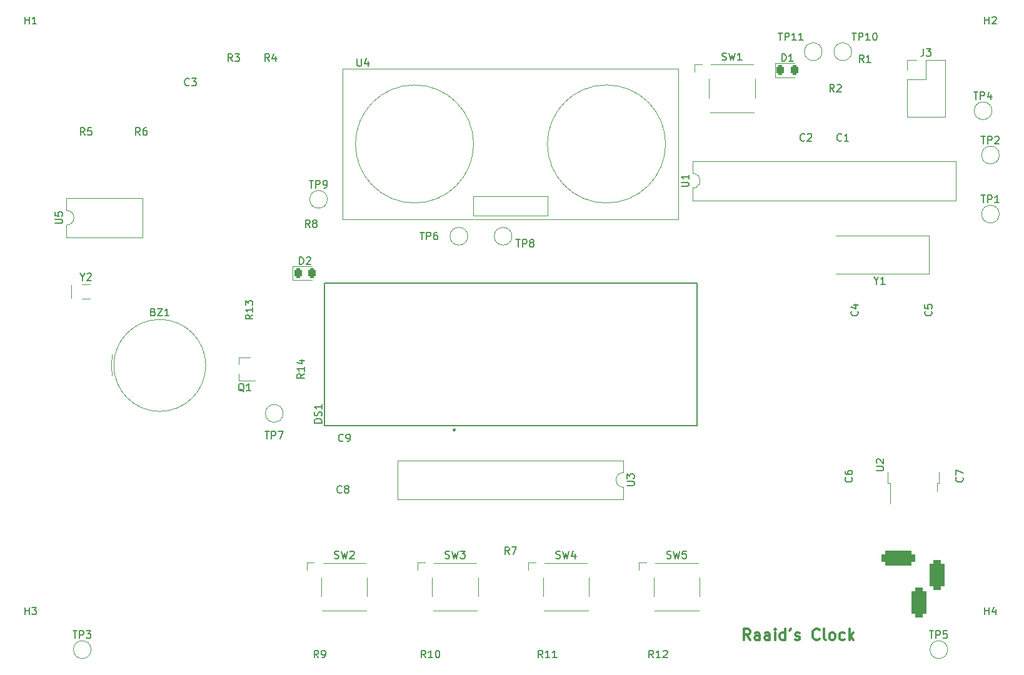
<source format=gbr>
%TF.GenerationSoftware,KiCad,Pcbnew,(6.0.5-0)*%
%TF.CreationDate,2022-07-19T21:11:46-04:00*%
%TF.ProjectId,raaid_clock_final,72616169-645f-4636-9c6f-636b5f66696e,rev?*%
%TF.SameCoordinates,PX4c4b400PY8a48640*%
%TF.FileFunction,Legend,Top*%
%TF.FilePolarity,Positive*%
%FSLAX46Y46*%
G04 Gerber Fmt 4.6, Leading zero omitted, Abs format (unit mm)*
G04 Created by KiCad (PCBNEW (6.0.5-0)) date 2022-07-19 21:11:46*
%MOMM*%
%LPD*%
G01*
G04 APERTURE LIST*
G04 Aperture macros list*
%AMRoundRect*
0 Rectangle with rounded corners*
0 $1 Rounding radius*
0 $2 $3 $4 $5 $6 $7 $8 $9 X,Y pos of 4 corners*
0 Add a 4 corners polygon primitive as box body*
4,1,4,$2,$3,$4,$5,$6,$7,$8,$9,$2,$3,0*
0 Add four circle primitives for the rounded corners*
1,1,$1+$1,$2,$3*
1,1,$1+$1,$4,$5*
1,1,$1+$1,$6,$7*
1,1,$1+$1,$8,$9*
0 Add four rect primitives between the rounded corners*
20,1,$1+$1,$2,$3,$4,$5,0*
20,1,$1+$1,$4,$5,$6,$7,0*
20,1,$1+$1,$6,$7,$8,$9,0*
20,1,$1+$1,$8,$9,$2,$3,0*%
G04 Aperture macros list end*
%ADD10C,0.300000*%
%ADD11C,0.150000*%
%ADD12C,0.120000*%
%ADD13C,0.250000*%
%ADD14C,2.000000*%
%ADD15C,3.200000*%
%ADD16R,1.150000X1.400000*%
%ADD17R,2.000000X2.000000*%
%ADD18R,1.700000X1.700000*%
%ADD19O,1.700000X1.700000*%
%ADD20R,1.600000X1.600000*%
%ADD21O,1.600000X1.600000*%
%ADD22R,1.600000X1.400000*%
%ADD23R,1.400000X1.150000*%
%ADD24RoundRect,0.243750X-0.243750X-0.456250X0.243750X-0.456250X0.243750X0.456250X-0.243750X0.456250X0*%
%ADD25R,4.500000X2.000000*%
%ADD26R,1.400000X1.400000*%
%ADD27C,1.400000*%
%ADD28R,0.900000X0.800000*%
%ADD29R,1.000000X1.800000*%
%ADD30R,1.200000X2.200000*%
%ADD31R,5.800000X6.400000*%
%ADD32R,3.000000X3.000000*%
%ADD33C,3.000000*%
%ADD34RoundRect,0.500000X1.750000X0.500000X-1.750000X0.500000X-1.750000X-0.500000X1.750000X-0.500000X0*%
%ADD35RoundRect,0.500000X-0.500000X1.500000X-0.500000X-1.500000X0.500000X-1.500000X0.500000X1.500000X0*%
G04 APERTURE END LIST*
D10*
X102464285Y5321429D02*
X101964285Y6035715D01*
X101607142Y5321429D02*
X101607142Y6821429D01*
X102178571Y6821429D01*
X102321428Y6750000D01*
X102392857Y6678572D01*
X102464285Y6535715D01*
X102464285Y6321429D01*
X102392857Y6178572D01*
X102321428Y6107143D01*
X102178571Y6035715D01*
X101607142Y6035715D01*
X103750000Y5321429D02*
X103750000Y6107143D01*
X103678571Y6250000D01*
X103535714Y6321429D01*
X103250000Y6321429D01*
X103107142Y6250000D01*
X103750000Y5392858D02*
X103607142Y5321429D01*
X103250000Y5321429D01*
X103107142Y5392858D01*
X103035714Y5535715D01*
X103035714Y5678572D01*
X103107142Y5821429D01*
X103250000Y5892858D01*
X103607142Y5892858D01*
X103750000Y5964286D01*
X105107142Y5321429D02*
X105107142Y6107143D01*
X105035714Y6250000D01*
X104892857Y6321429D01*
X104607142Y6321429D01*
X104464285Y6250000D01*
X105107142Y5392858D02*
X104964285Y5321429D01*
X104607142Y5321429D01*
X104464285Y5392858D01*
X104392857Y5535715D01*
X104392857Y5678572D01*
X104464285Y5821429D01*
X104607142Y5892858D01*
X104964285Y5892858D01*
X105107142Y5964286D01*
X105821428Y5321429D02*
X105821428Y6321429D01*
X105821428Y6821429D02*
X105750000Y6750000D01*
X105821428Y6678572D01*
X105892857Y6750000D01*
X105821428Y6821429D01*
X105821428Y6678572D01*
X107178571Y5321429D02*
X107178571Y6821429D01*
X107178571Y5392858D02*
X107035714Y5321429D01*
X106750000Y5321429D01*
X106607142Y5392858D01*
X106535714Y5464286D01*
X106464285Y5607143D01*
X106464285Y6035715D01*
X106535714Y6178572D01*
X106607142Y6250000D01*
X106750000Y6321429D01*
X107035714Y6321429D01*
X107178571Y6250000D01*
X107964285Y6821429D02*
X107821428Y6535715D01*
X108535714Y5392858D02*
X108678571Y5321429D01*
X108964285Y5321429D01*
X109107142Y5392858D01*
X109178571Y5535715D01*
X109178571Y5607143D01*
X109107142Y5750000D01*
X108964285Y5821429D01*
X108750000Y5821429D01*
X108607142Y5892858D01*
X108535714Y6035715D01*
X108535714Y6107143D01*
X108607142Y6250000D01*
X108750000Y6321429D01*
X108964285Y6321429D01*
X109107142Y6250000D01*
X111821428Y5464286D02*
X111750000Y5392858D01*
X111535714Y5321429D01*
X111392857Y5321429D01*
X111178571Y5392858D01*
X111035714Y5535715D01*
X110964285Y5678572D01*
X110892857Y5964286D01*
X110892857Y6178572D01*
X110964285Y6464286D01*
X111035714Y6607143D01*
X111178571Y6750000D01*
X111392857Y6821429D01*
X111535714Y6821429D01*
X111750000Y6750000D01*
X111821428Y6678572D01*
X112678571Y5321429D02*
X112535714Y5392858D01*
X112464285Y5535715D01*
X112464285Y6821429D01*
X113464285Y5321429D02*
X113321428Y5392858D01*
X113250000Y5464286D01*
X113178571Y5607143D01*
X113178571Y6035715D01*
X113250000Y6178572D01*
X113321428Y6250000D01*
X113464285Y6321429D01*
X113678571Y6321429D01*
X113821428Y6250000D01*
X113892857Y6178572D01*
X113964285Y6035715D01*
X113964285Y5607143D01*
X113892857Y5464286D01*
X113821428Y5392858D01*
X113678571Y5321429D01*
X113464285Y5321429D01*
X115250000Y5392858D02*
X115107142Y5321429D01*
X114821428Y5321429D01*
X114678571Y5392858D01*
X114607142Y5464286D01*
X114535714Y5607143D01*
X114535714Y6035715D01*
X114607142Y6178572D01*
X114678571Y6250000D01*
X114821428Y6321429D01*
X115107142Y6321429D01*
X115250000Y6250000D01*
X115892857Y5321429D02*
X115892857Y6821429D01*
X116035714Y5892858D02*
X116464285Y5321429D01*
X116464285Y6321429D02*
X115892857Y5750000D01*
D11*
%TO.C,TP11*%
X106261904Y87545620D02*
X106833333Y87545620D01*
X106547619Y86545620D02*
X106547619Y87545620D01*
X107166666Y86545620D02*
X107166666Y87545620D01*
X107547619Y87545620D01*
X107642857Y87498000D01*
X107690476Y87450381D01*
X107738095Y87355143D01*
X107738095Y87212286D01*
X107690476Y87117048D01*
X107642857Y87069429D01*
X107547619Y87021810D01*
X107166666Y87021810D01*
X108690476Y86545620D02*
X108119047Y86545620D01*
X108404761Y86545620D02*
X108404761Y87545620D01*
X108309523Y87402762D01*
X108214285Y87307524D01*
X108119047Y87259905D01*
X109642857Y86545620D02*
X109071428Y86545620D01*
X109357142Y86545620D02*
X109357142Y87545620D01*
X109261904Y87402762D01*
X109166666Y87307524D01*
X109071428Y87259905D01*
%TO.C,TP10*%
X116261904Y87545620D02*
X116833333Y87545620D01*
X116547619Y86545620D02*
X116547619Y87545620D01*
X117166666Y86545620D02*
X117166666Y87545620D01*
X117547619Y87545620D01*
X117642857Y87498000D01*
X117690476Y87450381D01*
X117738095Y87355143D01*
X117738095Y87212286D01*
X117690476Y87117048D01*
X117642857Y87069429D01*
X117547619Y87021810D01*
X117166666Y87021810D01*
X118690476Y86545620D02*
X118119047Y86545620D01*
X118404761Y86545620D02*
X118404761Y87545620D01*
X118309523Y87402762D01*
X118214285Y87307524D01*
X118119047Y87259905D01*
X119309523Y87545620D02*
X119404761Y87545620D01*
X119500000Y87498000D01*
X119547619Y87450381D01*
X119595238Y87355143D01*
X119642857Y87164667D01*
X119642857Y86926572D01*
X119595238Y86736096D01*
X119547619Y86640858D01*
X119500000Y86593239D01*
X119404761Y86545620D01*
X119309523Y86545620D01*
X119214285Y86593239D01*
X119166666Y86640858D01*
X119119047Y86736096D01*
X119071428Y86926572D01*
X119071428Y87164667D01*
X119119047Y87355143D01*
X119166666Y87450381D01*
X119214285Y87498000D01*
X119309523Y87545620D01*
%TO.C,TP9*%
X42738095Y67545620D02*
X43309523Y67545620D01*
X43023809Y66545620D02*
X43023809Y67545620D01*
X43642857Y66545620D02*
X43642857Y67545620D01*
X44023809Y67545620D01*
X44119047Y67498000D01*
X44166666Y67450381D01*
X44214285Y67355143D01*
X44214285Y67212286D01*
X44166666Y67117048D01*
X44119047Y67069429D01*
X44023809Y67021810D01*
X43642857Y67021810D01*
X44690476Y66545620D02*
X44880952Y66545620D01*
X44976190Y66593239D01*
X45023809Y66640858D01*
X45119047Y66783715D01*
X45166666Y66974191D01*
X45166666Y67355143D01*
X45119047Y67450381D01*
X45071428Y67498000D01*
X44976190Y67545620D01*
X44785714Y67545620D01*
X44690476Y67498000D01*
X44642857Y67450381D01*
X44595238Y67355143D01*
X44595238Y67117048D01*
X44642857Y67021810D01*
X44690476Y66974191D01*
X44785714Y66926572D01*
X44976190Y66926572D01*
X45071428Y66974191D01*
X45119047Y67021810D01*
X45166666Y67117048D01*
%TO.C,TP8*%
X70738095Y59547620D02*
X71309523Y59547620D01*
X71023809Y58547620D02*
X71023809Y59547620D01*
X71642857Y58547620D02*
X71642857Y59547620D01*
X72023809Y59547620D01*
X72119047Y59500000D01*
X72166666Y59452381D01*
X72214285Y59357143D01*
X72214285Y59214286D01*
X72166666Y59119048D01*
X72119047Y59071429D01*
X72023809Y59023810D01*
X71642857Y59023810D01*
X72785714Y59119048D02*
X72690476Y59166667D01*
X72642857Y59214286D01*
X72595238Y59309524D01*
X72595238Y59357143D01*
X72642857Y59452381D01*
X72690476Y59500000D01*
X72785714Y59547620D01*
X72976190Y59547620D01*
X73071428Y59500000D01*
X73119047Y59452381D01*
X73166666Y59357143D01*
X73166666Y59309524D01*
X73119047Y59214286D01*
X73071428Y59166667D01*
X72976190Y59119048D01*
X72785714Y59119048D01*
X72690476Y59071429D01*
X72642857Y59023810D01*
X72595238Y58928572D01*
X72595238Y58738096D01*
X72642857Y58642858D01*
X72690476Y58595239D01*
X72785714Y58547620D01*
X72976190Y58547620D01*
X73071428Y58595239D01*
X73119047Y58642858D01*
X73166666Y58738096D01*
X73166666Y58928572D01*
X73119047Y59023810D01*
X73071428Y59071429D01*
X72976190Y59119048D01*
%TO.C,TP7*%
X36738095Y33547620D02*
X37309523Y33547620D01*
X37023809Y32547620D02*
X37023809Y33547620D01*
X37642857Y32547620D02*
X37642857Y33547620D01*
X38023809Y33547620D01*
X38119047Y33500000D01*
X38166666Y33452381D01*
X38214285Y33357143D01*
X38214285Y33214286D01*
X38166666Y33119048D01*
X38119047Y33071429D01*
X38023809Y33023810D01*
X37642857Y33023810D01*
X38547619Y33547620D02*
X39214285Y33547620D01*
X38785714Y32547620D01*
%TO.C,TP6*%
X57738095Y60547620D02*
X58309523Y60547620D01*
X58023809Y59547620D02*
X58023809Y60547620D01*
X58642857Y59547620D02*
X58642857Y60547620D01*
X59023809Y60547620D01*
X59119047Y60500000D01*
X59166666Y60452381D01*
X59214285Y60357143D01*
X59214285Y60214286D01*
X59166666Y60119048D01*
X59119047Y60071429D01*
X59023809Y60023810D01*
X58642857Y60023810D01*
X60071428Y60547620D02*
X59880952Y60547620D01*
X59785714Y60500000D01*
X59738095Y60452381D01*
X59642857Y60309524D01*
X59595238Y60119048D01*
X59595238Y59738096D01*
X59642857Y59642858D01*
X59690476Y59595239D01*
X59785714Y59547620D01*
X59976190Y59547620D01*
X60071428Y59595239D01*
X60119047Y59642858D01*
X60166666Y59738096D01*
X60166666Y59976191D01*
X60119047Y60071429D01*
X60071428Y60119048D01*
X59976190Y60166667D01*
X59785714Y60166667D01*
X59690476Y60119048D01*
X59642857Y60071429D01*
X59595238Y59976191D01*
%TO.C,TP5*%
X126738095Y6545620D02*
X127309523Y6545620D01*
X127023809Y5545620D02*
X127023809Y6545620D01*
X127642857Y5545620D02*
X127642857Y6545620D01*
X128023809Y6545620D01*
X128119047Y6498000D01*
X128166666Y6450381D01*
X128214285Y6355143D01*
X128214285Y6212286D01*
X128166666Y6117048D01*
X128119047Y6069429D01*
X128023809Y6021810D01*
X127642857Y6021810D01*
X129119047Y6545620D02*
X128642857Y6545620D01*
X128595238Y6069429D01*
X128642857Y6117048D01*
X128738095Y6164667D01*
X128976190Y6164667D01*
X129071428Y6117048D01*
X129119047Y6069429D01*
X129166666Y5974191D01*
X129166666Y5736096D01*
X129119047Y5640858D01*
X129071428Y5593239D01*
X128976190Y5545620D01*
X128738095Y5545620D01*
X128642857Y5593239D01*
X128595238Y5640858D01*
%TO.C,TP4*%
X132738095Y79545620D02*
X133309523Y79545620D01*
X133023809Y78545620D02*
X133023809Y79545620D01*
X133642857Y78545620D02*
X133642857Y79545620D01*
X134023809Y79545620D01*
X134119047Y79498000D01*
X134166666Y79450381D01*
X134214285Y79355143D01*
X134214285Y79212286D01*
X134166666Y79117048D01*
X134119047Y79069429D01*
X134023809Y79021810D01*
X133642857Y79021810D01*
X135071428Y79212286D02*
X135071428Y78545620D01*
X134833333Y79593239D02*
X134595238Y78878953D01*
X135214285Y78878953D01*
%TO.C,TP3*%
X10738095Y6545620D02*
X11309523Y6545620D01*
X11023809Y5545620D02*
X11023809Y6545620D01*
X11642857Y5545620D02*
X11642857Y6545620D01*
X12023809Y6545620D01*
X12119047Y6498000D01*
X12166666Y6450381D01*
X12214285Y6355143D01*
X12214285Y6212286D01*
X12166666Y6117048D01*
X12119047Y6069429D01*
X12023809Y6021810D01*
X11642857Y6021810D01*
X12547619Y6545620D02*
X13166666Y6545620D01*
X12833333Y6164667D01*
X12976190Y6164667D01*
X13071428Y6117048D01*
X13119047Y6069429D01*
X13166666Y5974191D01*
X13166666Y5736096D01*
X13119047Y5640858D01*
X13071428Y5593239D01*
X12976190Y5545620D01*
X12690476Y5545620D01*
X12595238Y5593239D01*
X12547619Y5640858D01*
%TO.C,TP2*%
X133738095Y73545620D02*
X134309523Y73545620D01*
X134023809Y72545620D02*
X134023809Y73545620D01*
X134642857Y72545620D02*
X134642857Y73545620D01*
X135023809Y73545620D01*
X135119047Y73498000D01*
X135166666Y73450381D01*
X135214285Y73355143D01*
X135214285Y73212286D01*
X135166666Y73117048D01*
X135119047Y73069429D01*
X135023809Y73021810D01*
X134642857Y73021810D01*
X135595238Y73450381D02*
X135642857Y73498000D01*
X135738095Y73545620D01*
X135976190Y73545620D01*
X136071428Y73498000D01*
X136119047Y73450381D01*
X136166666Y73355143D01*
X136166666Y73259905D01*
X136119047Y73117048D01*
X135547619Y72545620D01*
X136166666Y72545620D01*
%TO.C,TP1*%
X133738095Y65545620D02*
X134309523Y65545620D01*
X134023809Y64545620D02*
X134023809Y65545620D01*
X134642857Y64545620D02*
X134642857Y65545620D01*
X135023809Y65545620D01*
X135119047Y65498000D01*
X135166666Y65450381D01*
X135214285Y65355143D01*
X135214285Y65212286D01*
X135166666Y65117048D01*
X135119047Y65069429D01*
X135023809Y65021810D01*
X134642857Y65021810D01*
X136166666Y64545620D02*
X135595238Y64545620D01*
X135880952Y64545620D02*
X135880952Y65545620D01*
X135785714Y65402762D01*
X135690476Y65307524D01*
X135595238Y65259905D01*
%TO.C,H4*%
X134238095Y8747620D02*
X134238095Y9747620D01*
X134238095Y9271429D02*
X134809523Y9271429D01*
X134809523Y8747620D02*
X134809523Y9747620D01*
X135714285Y9414286D02*
X135714285Y8747620D01*
X135476190Y9795239D02*
X135238095Y9080953D01*
X135857142Y9080953D01*
%TO.C,R9*%
X43983333Y2897620D02*
X43650000Y3373810D01*
X43411904Y2897620D02*
X43411904Y3897620D01*
X43792857Y3897620D01*
X43888095Y3850000D01*
X43935714Y3802381D01*
X43983333Y3707143D01*
X43983333Y3564286D01*
X43935714Y3469048D01*
X43888095Y3421429D01*
X43792857Y3373810D01*
X43411904Y3373810D01*
X44459523Y2897620D02*
X44650000Y2897620D01*
X44745238Y2945239D01*
X44792857Y2992858D01*
X44888095Y3135715D01*
X44935714Y3326191D01*
X44935714Y3707143D01*
X44888095Y3802381D01*
X44840476Y3850000D01*
X44745238Y3897620D01*
X44554761Y3897620D01*
X44459523Y3850000D01*
X44411904Y3802381D01*
X44364285Y3707143D01*
X44364285Y3469048D01*
X44411904Y3373810D01*
X44459523Y3326191D01*
X44554761Y3278572D01*
X44745238Y3278572D01*
X44840476Y3326191D01*
X44888095Y3373810D01*
X44935714Y3469048D01*
%TO.C,C8*%
X47133333Y25292858D02*
X47085714Y25245239D01*
X46942857Y25197620D01*
X46847619Y25197620D01*
X46704761Y25245239D01*
X46609523Y25340477D01*
X46561904Y25435715D01*
X46514285Y25626191D01*
X46514285Y25769048D01*
X46561904Y25959524D01*
X46609523Y26054762D01*
X46704761Y26150000D01*
X46847619Y26197620D01*
X46942857Y26197620D01*
X47085714Y26150000D01*
X47133333Y26102381D01*
X47704761Y25769048D02*
X47609523Y25816667D01*
X47561904Y25864286D01*
X47514285Y25959524D01*
X47514285Y26007143D01*
X47561904Y26102381D01*
X47609523Y26150000D01*
X47704761Y26197620D01*
X47895238Y26197620D01*
X47990476Y26150000D01*
X48038095Y26102381D01*
X48085714Y26007143D01*
X48085714Y25959524D01*
X48038095Y25864286D01*
X47990476Y25816667D01*
X47895238Y25769048D01*
X47704761Y25769048D01*
X47609523Y25721429D01*
X47561904Y25673810D01*
X47514285Y25578572D01*
X47514285Y25388096D01*
X47561904Y25292858D01*
X47609523Y25245239D01*
X47704761Y25197620D01*
X47895238Y25197620D01*
X47990476Y25245239D01*
X48038095Y25292858D01*
X48085714Y25388096D01*
X48085714Y25578572D01*
X48038095Y25673810D01*
X47990476Y25721429D01*
X47895238Y25769048D01*
%TO.C,C9*%
X47333333Y32292858D02*
X47285714Y32245239D01*
X47142857Y32197620D01*
X47047619Y32197620D01*
X46904761Y32245239D01*
X46809523Y32340477D01*
X46761904Y32435715D01*
X46714285Y32626191D01*
X46714285Y32769048D01*
X46761904Y32959524D01*
X46809523Y33054762D01*
X46904761Y33150000D01*
X47047619Y33197620D01*
X47142857Y33197620D01*
X47285714Y33150000D01*
X47333333Y33102381D01*
X47809523Y32197620D02*
X48000000Y32197620D01*
X48095238Y32245239D01*
X48142857Y32292858D01*
X48238095Y32435715D01*
X48285714Y32626191D01*
X48285714Y33007143D01*
X48238095Y33102381D01*
X48190476Y33150000D01*
X48095238Y33197620D01*
X47904761Y33197620D01*
X47809523Y33150000D01*
X47761904Y33102381D01*
X47714285Y33007143D01*
X47714285Y32769048D01*
X47761904Y32673810D01*
X47809523Y32626191D01*
X47904761Y32578572D01*
X48095238Y32578572D01*
X48190476Y32626191D01*
X48238095Y32673810D01*
X48285714Y32769048D01*
%TO.C,C1*%
X114833333Y72992858D02*
X114785714Y72945239D01*
X114642857Y72897620D01*
X114547619Y72897620D01*
X114404761Y72945239D01*
X114309523Y73040477D01*
X114261904Y73135715D01*
X114214285Y73326191D01*
X114214285Y73469048D01*
X114261904Y73659524D01*
X114309523Y73754762D01*
X114404761Y73850000D01*
X114547619Y73897620D01*
X114642857Y73897620D01*
X114785714Y73850000D01*
X114833333Y73802381D01*
X115785714Y72897620D02*
X115214285Y72897620D01*
X115500000Y72897620D02*
X115500000Y73897620D01*
X115404761Y73754762D01*
X115309523Y73659524D01*
X115214285Y73611905D01*
%TO.C,R12*%
X89357142Y2897620D02*
X89023809Y3373810D01*
X88785714Y2897620D02*
X88785714Y3897620D01*
X89166666Y3897620D01*
X89261904Y3850000D01*
X89309523Y3802381D01*
X89357142Y3707143D01*
X89357142Y3564286D01*
X89309523Y3469048D01*
X89261904Y3421429D01*
X89166666Y3373810D01*
X88785714Y3373810D01*
X90309523Y2897620D02*
X89738095Y2897620D01*
X90023809Y2897620D02*
X90023809Y3897620D01*
X89928571Y3754762D01*
X89833333Y3659524D01*
X89738095Y3611905D01*
X90690476Y3802381D02*
X90738095Y3850000D01*
X90833333Y3897620D01*
X91071428Y3897620D01*
X91166666Y3850000D01*
X91214285Y3802381D01*
X91261904Y3707143D01*
X91261904Y3611905D01*
X91214285Y3469048D01*
X90642857Y2897620D01*
X91261904Y2897620D01*
%TO.C,BZ1*%
X21619047Y49741429D02*
X21761904Y49693810D01*
X21809523Y49646191D01*
X21857142Y49550953D01*
X21857142Y49408096D01*
X21809523Y49312858D01*
X21761904Y49265239D01*
X21666666Y49217620D01*
X21285714Y49217620D01*
X21285714Y50217620D01*
X21619047Y50217620D01*
X21714285Y50170000D01*
X21761904Y50122381D01*
X21809523Y50027143D01*
X21809523Y49931905D01*
X21761904Y49836667D01*
X21714285Y49789048D01*
X21619047Y49741429D01*
X21285714Y49741429D01*
X22190476Y50217620D02*
X22857142Y50217620D01*
X22190476Y49217620D01*
X22857142Y49217620D01*
X23761904Y49217620D02*
X23190476Y49217620D01*
X23476190Y49217620D02*
X23476190Y50217620D01*
X23380952Y50074762D01*
X23285714Y49979524D01*
X23190476Y49931905D01*
%TO.C,U4*%
X49238095Y84047620D02*
X49238095Y83238096D01*
X49285714Y83142858D01*
X49333333Y83095239D01*
X49428571Y83047620D01*
X49619047Y83047620D01*
X49714285Y83095239D01*
X49761904Y83142858D01*
X49809523Y83238096D01*
X49809523Y84047620D01*
X50714285Y83714286D02*
X50714285Y83047620D01*
X50476190Y84095239D02*
X50238095Y83380953D01*
X50857142Y83380953D01*
%TO.C,U5*%
X8322380Y61748096D02*
X9131904Y61748096D01*
X9227142Y61795715D01*
X9274761Y61843334D01*
X9322380Y61938572D01*
X9322380Y62129048D01*
X9274761Y62224286D01*
X9227142Y62271905D01*
X9131904Y62319524D01*
X8322380Y62319524D01*
X8322380Y63271905D02*
X8322380Y62795715D01*
X8798571Y62748096D01*
X8750952Y62795715D01*
X8703333Y62890953D01*
X8703333Y63129048D01*
X8750952Y63224286D01*
X8798571Y63271905D01*
X8893809Y63319524D01*
X9131904Y63319524D01*
X9227142Y63271905D01*
X9274761Y63224286D01*
X9322380Y63129048D01*
X9322380Y62890953D01*
X9274761Y62795715D01*
X9227142Y62748096D01*
%TO.C,R8*%
X42833333Y61197620D02*
X42500000Y61673810D01*
X42261904Y61197620D02*
X42261904Y62197620D01*
X42642857Y62197620D01*
X42738095Y62150000D01*
X42785714Y62102381D01*
X42833333Y62007143D01*
X42833333Y61864286D01*
X42785714Y61769048D01*
X42738095Y61721429D01*
X42642857Y61673810D01*
X42261904Y61673810D01*
X43404761Y61769048D02*
X43309523Y61816667D01*
X43261904Y61864286D01*
X43214285Y61959524D01*
X43214285Y62007143D01*
X43261904Y62102381D01*
X43309523Y62150000D01*
X43404761Y62197620D01*
X43595238Y62197620D01*
X43690476Y62150000D01*
X43738095Y62102381D01*
X43785714Y62007143D01*
X43785714Y61959524D01*
X43738095Y61864286D01*
X43690476Y61816667D01*
X43595238Y61769048D01*
X43404761Y61769048D01*
X43309523Y61721429D01*
X43261904Y61673810D01*
X43214285Y61578572D01*
X43214285Y61388096D01*
X43261904Y61292858D01*
X43309523Y61245239D01*
X43404761Y61197620D01*
X43595238Y61197620D01*
X43690476Y61245239D01*
X43738095Y61292858D01*
X43785714Y61388096D01*
X43785714Y61578572D01*
X43738095Y61673810D01*
X43690476Y61721429D01*
X43595238Y61769048D01*
%TO.C,C3*%
X26483333Y80492858D02*
X26435714Y80445239D01*
X26292857Y80397620D01*
X26197619Y80397620D01*
X26054761Y80445239D01*
X25959523Y80540477D01*
X25911904Y80635715D01*
X25864285Y80826191D01*
X25864285Y80969048D01*
X25911904Y81159524D01*
X25959523Y81254762D01*
X26054761Y81350000D01*
X26197619Y81397620D01*
X26292857Y81397620D01*
X26435714Y81350000D01*
X26483333Y81302381D01*
X26816666Y81397620D02*
X27435714Y81397620D01*
X27102380Y81016667D01*
X27245238Y81016667D01*
X27340476Y80969048D01*
X27388095Y80921429D01*
X27435714Y80826191D01*
X27435714Y80588096D01*
X27388095Y80492858D01*
X27340476Y80445239D01*
X27245238Y80397620D01*
X26959523Y80397620D01*
X26864285Y80445239D01*
X26816666Y80492858D01*
%TO.C,R1*%
X117833333Y83547620D02*
X117500000Y84023810D01*
X117261904Y83547620D02*
X117261904Y84547620D01*
X117642857Y84547620D01*
X117738095Y84500000D01*
X117785714Y84452381D01*
X117833333Y84357143D01*
X117833333Y84214286D01*
X117785714Y84119048D01*
X117738095Y84071429D01*
X117642857Y84023810D01*
X117261904Y84023810D01*
X118785714Y83547620D02*
X118214285Y83547620D01*
X118500000Y83547620D02*
X118500000Y84547620D01*
X118404761Y84404762D01*
X118309523Y84309524D01*
X118214285Y84261905D01*
%TO.C,SW2*%
X46166666Y16395239D02*
X46309523Y16347620D01*
X46547619Y16347620D01*
X46642857Y16395239D01*
X46690476Y16442858D01*
X46738095Y16538096D01*
X46738095Y16633334D01*
X46690476Y16728572D01*
X46642857Y16776191D01*
X46547619Y16823810D01*
X46357142Y16871429D01*
X46261904Y16919048D01*
X46214285Y16966667D01*
X46166666Y17061905D01*
X46166666Y17157143D01*
X46214285Y17252381D01*
X46261904Y17300000D01*
X46357142Y17347620D01*
X46595238Y17347620D01*
X46738095Y17300000D01*
X47071428Y17347620D02*
X47309523Y16347620D01*
X47500000Y17061905D01*
X47690476Y16347620D01*
X47928571Y17347620D01*
X48261904Y17252381D02*
X48309523Y17300000D01*
X48404761Y17347620D01*
X48642857Y17347620D01*
X48738095Y17300000D01*
X48785714Y17252381D01*
X48833333Y17157143D01*
X48833333Y17061905D01*
X48785714Y16919048D01*
X48214285Y16347620D01*
X48833333Y16347620D01*
%TO.C,SW4*%
X76166666Y16395239D02*
X76309523Y16347620D01*
X76547619Y16347620D01*
X76642857Y16395239D01*
X76690476Y16442858D01*
X76738095Y16538096D01*
X76738095Y16633334D01*
X76690476Y16728572D01*
X76642857Y16776191D01*
X76547619Y16823810D01*
X76357142Y16871429D01*
X76261904Y16919048D01*
X76214285Y16966667D01*
X76166666Y17061905D01*
X76166666Y17157143D01*
X76214285Y17252381D01*
X76261904Y17300000D01*
X76357142Y17347620D01*
X76595238Y17347620D01*
X76738095Y17300000D01*
X77071428Y17347620D02*
X77309523Y16347620D01*
X77500000Y17061905D01*
X77690476Y16347620D01*
X77928571Y17347620D01*
X78738095Y17014286D02*
X78738095Y16347620D01*
X78500000Y17395239D02*
X78261904Y16680953D01*
X78880952Y16680953D01*
%TO.C,C4*%
X117007142Y49833334D02*
X117054761Y49785715D01*
X117102380Y49642858D01*
X117102380Y49547620D01*
X117054761Y49404762D01*
X116959523Y49309524D01*
X116864285Y49261905D01*
X116673809Y49214286D01*
X116530952Y49214286D01*
X116340476Y49261905D01*
X116245238Y49309524D01*
X116150000Y49404762D01*
X116102380Y49547620D01*
X116102380Y49642858D01*
X116150000Y49785715D01*
X116197619Y49833334D01*
X116435714Y50690477D02*
X117102380Y50690477D01*
X116054761Y50452381D02*
X116769047Y50214286D01*
X116769047Y50833334D01*
%TO.C,U1*%
X93122380Y66748096D02*
X93931904Y66748096D01*
X94027142Y66795715D01*
X94074761Y66843334D01*
X94122380Y66938572D01*
X94122380Y67129048D01*
X94074761Y67224286D01*
X94027142Y67271905D01*
X93931904Y67319524D01*
X93122380Y67319524D01*
X94122380Y68319524D02*
X94122380Y67748096D01*
X94122380Y68033810D02*
X93122380Y68033810D01*
X93265238Y67938572D01*
X93360476Y67843334D01*
X93408095Y67748096D01*
%TO.C,H2*%
X134238095Y88747620D02*
X134238095Y89747620D01*
X134238095Y89271429D02*
X134809523Y89271429D01*
X134809523Y88747620D02*
X134809523Y89747620D01*
X135238095Y89652381D02*
X135285714Y89700000D01*
X135380952Y89747620D01*
X135619047Y89747620D01*
X135714285Y89700000D01*
X135761904Y89652381D01*
X135809523Y89557143D01*
X135809523Y89461905D01*
X135761904Y89319048D01*
X135190476Y88747620D01*
X135809523Y88747620D01*
%TO.C,H3*%
X4238095Y8747620D02*
X4238095Y9747620D01*
X4238095Y9271429D02*
X4809523Y9271429D01*
X4809523Y8747620D02*
X4809523Y9747620D01*
X5190476Y9747620D02*
X5809523Y9747620D01*
X5476190Y9366667D01*
X5619047Y9366667D01*
X5714285Y9319048D01*
X5761904Y9271429D01*
X5809523Y9176191D01*
X5809523Y8938096D01*
X5761904Y8842858D01*
X5714285Y8795239D01*
X5619047Y8747620D01*
X5333333Y8747620D01*
X5238095Y8795239D01*
X5190476Y8842858D01*
%TO.C,D2*%
X41411904Y56197620D02*
X41411904Y57197620D01*
X41650000Y57197620D01*
X41792857Y57150000D01*
X41888095Y57054762D01*
X41935714Y56959524D01*
X41983333Y56769048D01*
X41983333Y56626191D01*
X41935714Y56435715D01*
X41888095Y56340477D01*
X41792857Y56245239D01*
X41650000Y56197620D01*
X41411904Y56197620D01*
X42364285Y57102381D02*
X42411904Y57150000D01*
X42507142Y57197620D01*
X42745238Y57197620D01*
X42840476Y57150000D01*
X42888095Y57102381D01*
X42935714Y57007143D01*
X42935714Y56911905D01*
X42888095Y56769048D01*
X42316666Y56197620D01*
X42935714Y56197620D01*
%TO.C,SW1*%
X98666666Y83895239D02*
X98809523Y83847620D01*
X99047619Y83847620D01*
X99142857Y83895239D01*
X99190476Y83942858D01*
X99238095Y84038096D01*
X99238095Y84133334D01*
X99190476Y84228572D01*
X99142857Y84276191D01*
X99047619Y84323810D01*
X98857142Y84371429D01*
X98761904Y84419048D01*
X98714285Y84466667D01*
X98666666Y84561905D01*
X98666666Y84657143D01*
X98714285Y84752381D01*
X98761904Y84800000D01*
X98857142Y84847620D01*
X99095238Y84847620D01*
X99238095Y84800000D01*
X99571428Y84847620D02*
X99809523Y83847620D01*
X100000000Y84561905D01*
X100190476Y83847620D01*
X100428571Y84847620D01*
X101333333Y83847620D02*
X100761904Y83847620D01*
X101047619Y83847620D02*
X101047619Y84847620D01*
X100952380Y84704762D01*
X100857142Y84609524D01*
X100761904Y84561905D01*
%TO.C,R13*%
X35102380Y49357143D02*
X34626190Y49023810D01*
X35102380Y48785715D02*
X34102380Y48785715D01*
X34102380Y49166667D01*
X34150000Y49261905D01*
X34197619Y49309524D01*
X34292857Y49357143D01*
X34435714Y49357143D01*
X34530952Y49309524D01*
X34578571Y49261905D01*
X34626190Y49166667D01*
X34626190Y48785715D01*
X35102380Y50309524D02*
X35102380Y49738096D01*
X35102380Y50023810D02*
X34102380Y50023810D01*
X34245238Y49928572D01*
X34340476Y49833334D01*
X34388095Y49738096D01*
X34102380Y50642858D02*
X34102380Y51261905D01*
X34483333Y50928572D01*
X34483333Y51071429D01*
X34530952Y51166667D01*
X34578571Y51214286D01*
X34673809Y51261905D01*
X34911904Y51261905D01*
X35007142Y51214286D01*
X35054761Y51166667D01*
X35102380Y51071429D01*
X35102380Y50785715D01*
X35054761Y50690477D01*
X35007142Y50642858D01*
%TO.C,C6*%
X116207142Y27333334D02*
X116254761Y27285715D01*
X116302380Y27142858D01*
X116302380Y27047620D01*
X116254761Y26904762D01*
X116159523Y26809524D01*
X116064285Y26761905D01*
X115873809Y26714286D01*
X115730952Y26714286D01*
X115540476Y26761905D01*
X115445238Y26809524D01*
X115350000Y26904762D01*
X115302380Y27047620D01*
X115302380Y27142858D01*
X115350000Y27285715D01*
X115397619Y27333334D01*
X115302380Y28190477D02*
X115302380Y28000000D01*
X115350000Y27904762D01*
X115397619Y27857143D01*
X115540476Y27761905D01*
X115730952Y27714286D01*
X116111904Y27714286D01*
X116207142Y27761905D01*
X116254761Y27809524D01*
X116302380Y27904762D01*
X116302380Y28095239D01*
X116254761Y28190477D01*
X116207142Y28238096D01*
X116111904Y28285715D01*
X115873809Y28285715D01*
X115778571Y28238096D01*
X115730952Y28190477D01*
X115683333Y28095239D01*
X115683333Y27904762D01*
X115730952Y27809524D01*
X115778571Y27761905D01*
X115873809Y27714286D01*
%TO.C,H1*%
X4238095Y88747620D02*
X4238095Y89747620D01*
X4238095Y89271429D02*
X4809523Y89271429D01*
X4809523Y88747620D02*
X4809523Y89747620D01*
X5809523Y88747620D02*
X5238095Y88747620D01*
X5523809Y88747620D02*
X5523809Y89747620D01*
X5428571Y89604762D01*
X5333333Y89509524D01*
X5238095Y89461905D01*
%TO.C,R3*%
X32333333Y83697620D02*
X32000000Y84173810D01*
X31761904Y83697620D02*
X31761904Y84697620D01*
X32142857Y84697620D01*
X32238095Y84650000D01*
X32285714Y84602381D01*
X32333333Y84507143D01*
X32333333Y84364286D01*
X32285714Y84269048D01*
X32238095Y84221429D01*
X32142857Y84173810D01*
X31761904Y84173810D01*
X32666666Y84697620D02*
X33285714Y84697620D01*
X32952380Y84316667D01*
X33095238Y84316667D01*
X33190476Y84269048D01*
X33238095Y84221429D01*
X33285714Y84126191D01*
X33285714Y83888096D01*
X33238095Y83792858D01*
X33190476Y83745239D01*
X33095238Y83697620D01*
X32809523Y83697620D01*
X32714285Y83745239D01*
X32666666Y83792858D01*
%TO.C,Y1*%
X119523809Y53973810D02*
X119523809Y53497620D01*
X119190476Y54497620D02*
X119523809Y53973810D01*
X119857142Y54497620D01*
X120714285Y53497620D02*
X120142857Y53497620D01*
X120428571Y53497620D02*
X120428571Y54497620D01*
X120333333Y54354762D01*
X120238095Y54259524D01*
X120142857Y54211905D01*
%TO.C,R7*%
X69833333Y16897620D02*
X69500000Y17373810D01*
X69261904Y16897620D02*
X69261904Y17897620D01*
X69642857Y17897620D01*
X69738095Y17850000D01*
X69785714Y17802381D01*
X69833333Y17707143D01*
X69833333Y17564286D01*
X69785714Y17469048D01*
X69738095Y17421429D01*
X69642857Y17373810D01*
X69261904Y17373810D01*
X70166666Y17897620D02*
X70833333Y17897620D01*
X70404761Y16897620D01*
%TO.C,SW5*%
X91166666Y16395239D02*
X91309523Y16347620D01*
X91547619Y16347620D01*
X91642857Y16395239D01*
X91690476Y16442858D01*
X91738095Y16538096D01*
X91738095Y16633334D01*
X91690476Y16728572D01*
X91642857Y16776191D01*
X91547619Y16823810D01*
X91357142Y16871429D01*
X91261904Y16919048D01*
X91214285Y16966667D01*
X91166666Y17061905D01*
X91166666Y17157143D01*
X91214285Y17252381D01*
X91261904Y17300000D01*
X91357142Y17347620D01*
X91595238Y17347620D01*
X91738095Y17300000D01*
X92071428Y17347620D02*
X92309523Y16347620D01*
X92500000Y17061905D01*
X92690476Y16347620D01*
X92928571Y17347620D01*
X93785714Y17347620D02*
X93309523Y17347620D01*
X93261904Y16871429D01*
X93309523Y16919048D01*
X93404761Y16966667D01*
X93642857Y16966667D01*
X93738095Y16919048D01*
X93785714Y16871429D01*
X93833333Y16776191D01*
X93833333Y16538096D01*
X93785714Y16442858D01*
X93738095Y16395239D01*
X93642857Y16347620D01*
X93404761Y16347620D01*
X93309523Y16395239D01*
X93261904Y16442858D01*
%TO.C,R4*%
X37333333Y83697620D02*
X37000000Y84173810D01*
X36761904Y83697620D02*
X36761904Y84697620D01*
X37142857Y84697620D01*
X37238095Y84650000D01*
X37285714Y84602381D01*
X37333333Y84507143D01*
X37333333Y84364286D01*
X37285714Y84269048D01*
X37238095Y84221429D01*
X37142857Y84173810D01*
X36761904Y84173810D01*
X38190476Y84364286D02*
X38190476Y83697620D01*
X37952380Y84745239D02*
X37714285Y84030953D01*
X38333333Y84030953D01*
%TO.C,R10*%
X58507142Y2897620D02*
X58173809Y3373810D01*
X57935714Y2897620D02*
X57935714Y3897620D01*
X58316666Y3897620D01*
X58411904Y3850000D01*
X58459523Y3802381D01*
X58507142Y3707143D01*
X58507142Y3564286D01*
X58459523Y3469048D01*
X58411904Y3421429D01*
X58316666Y3373810D01*
X57935714Y3373810D01*
X59459523Y2897620D02*
X58888095Y2897620D01*
X59173809Y2897620D02*
X59173809Y3897620D01*
X59078571Y3754762D01*
X58983333Y3659524D01*
X58888095Y3611905D01*
X60078571Y3897620D02*
X60173809Y3897620D01*
X60269047Y3850000D01*
X60316666Y3802381D01*
X60364285Y3707143D01*
X60411904Y3516667D01*
X60411904Y3278572D01*
X60364285Y3088096D01*
X60316666Y2992858D01*
X60269047Y2945239D01*
X60173809Y2897620D01*
X60078571Y2897620D01*
X59983333Y2945239D01*
X59935714Y2992858D01*
X59888095Y3088096D01*
X59840476Y3278572D01*
X59840476Y3516667D01*
X59888095Y3707143D01*
X59935714Y3802381D01*
X59983333Y3850000D01*
X60078571Y3897620D01*
%TO.C,C7*%
X131207142Y27333334D02*
X131254761Y27285715D01*
X131302380Y27142858D01*
X131302380Y27047620D01*
X131254761Y26904762D01*
X131159523Y26809524D01*
X131064285Y26761905D01*
X130873809Y26714286D01*
X130730952Y26714286D01*
X130540476Y26761905D01*
X130445238Y26809524D01*
X130350000Y26904762D01*
X130302380Y27047620D01*
X130302380Y27142858D01*
X130350000Y27285715D01*
X130397619Y27333334D01*
X130302380Y27666667D02*
X130302380Y28333334D01*
X131302380Y27904762D01*
%TO.C,U3*%
X85757380Y26228096D02*
X86566904Y26228096D01*
X86662142Y26275715D01*
X86709761Y26323334D01*
X86757380Y26418572D01*
X86757380Y26609048D01*
X86709761Y26704286D01*
X86662142Y26751905D01*
X86566904Y26799524D01*
X85757380Y26799524D01*
X85757380Y27180477D02*
X85757380Y27799524D01*
X86138333Y27466191D01*
X86138333Y27609048D01*
X86185952Y27704286D01*
X86233571Y27751905D01*
X86328809Y27799524D01*
X86566904Y27799524D01*
X86662142Y27751905D01*
X86709761Y27704286D01*
X86757380Y27609048D01*
X86757380Y27323334D01*
X86709761Y27228096D01*
X86662142Y27180477D01*
%TO.C,D1*%
X106761904Y83697620D02*
X106761904Y84697620D01*
X107000000Y84697620D01*
X107142857Y84650000D01*
X107238095Y84554762D01*
X107285714Y84459524D01*
X107333333Y84269048D01*
X107333333Y84126191D01*
X107285714Y83935715D01*
X107238095Y83840477D01*
X107142857Y83745239D01*
X107000000Y83697620D01*
X106761904Y83697620D01*
X108285714Y83697620D02*
X107714285Y83697620D01*
X108000000Y83697620D02*
X108000000Y84697620D01*
X107904761Y84554762D01*
X107809523Y84459524D01*
X107714285Y84411905D01*
%TO.C,R6*%
X19833333Y73697620D02*
X19500000Y74173810D01*
X19261904Y73697620D02*
X19261904Y74697620D01*
X19642857Y74697620D01*
X19738095Y74650000D01*
X19785714Y74602381D01*
X19833333Y74507143D01*
X19833333Y74364286D01*
X19785714Y74269048D01*
X19738095Y74221429D01*
X19642857Y74173810D01*
X19261904Y74173810D01*
X20690476Y74697620D02*
X20500000Y74697620D01*
X20404761Y74650000D01*
X20357142Y74602381D01*
X20261904Y74459524D01*
X20214285Y74269048D01*
X20214285Y73888096D01*
X20261904Y73792858D01*
X20309523Y73745239D01*
X20404761Y73697620D01*
X20595238Y73697620D01*
X20690476Y73745239D01*
X20738095Y73792858D01*
X20785714Y73888096D01*
X20785714Y74126191D01*
X20738095Y74221429D01*
X20690476Y74269048D01*
X20595238Y74316667D01*
X20404761Y74316667D01*
X20309523Y74269048D01*
X20261904Y74221429D01*
X20214285Y74126191D01*
%TO.C,R11*%
X74357142Y2897620D02*
X74023809Y3373810D01*
X73785714Y2897620D02*
X73785714Y3897620D01*
X74166666Y3897620D01*
X74261904Y3850000D01*
X74309523Y3802381D01*
X74357142Y3707143D01*
X74357142Y3564286D01*
X74309523Y3469048D01*
X74261904Y3421429D01*
X74166666Y3373810D01*
X73785714Y3373810D01*
X75309523Y2897620D02*
X74738095Y2897620D01*
X75023809Y2897620D02*
X75023809Y3897620D01*
X74928571Y3754762D01*
X74833333Y3659524D01*
X74738095Y3611905D01*
X76261904Y2897620D02*
X75690476Y2897620D01*
X75976190Y2897620D02*
X75976190Y3897620D01*
X75880952Y3754762D01*
X75785714Y3659524D01*
X75690476Y3611905D01*
%TO.C,DS1*%
X44427380Y34710596D02*
X43427380Y34710596D01*
X43427380Y34948691D01*
X43475000Y35091548D01*
X43570238Y35186786D01*
X43665476Y35234405D01*
X43855952Y35282024D01*
X43998809Y35282024D01*
X44189285Y35234405D01*
X44284523Y35186786D01*
X44379761Y35091548D01*
X44427380Y34948691D01*
X44427380Y34710596D01*
X44379761Y35662977D02*
X44427380Y35805834D01*
X44427380Y36043929D01*
X44379761Y36139167D01*
X44332142Y36186786D01*
X44236904Y36234405D01*
X44141666Y36234405D01*
X44046428Y36186786D01*
X43998809Y36139167D01*
X43951190Y36043929D01*
X43903571Y35853453D01*
X43855952Y35758215D01*
X43808333Y35710596D01*
X43713095Y35662977D01*
X43617857Y35662977D01*
X43522619Y35710596D01*
X43475000Y35758215D01*
X43427380Y35853453D01*
X43427380Y36091548D01*
X43475000Y36234405D01*
X44427380Y37186786D02*
X44427380Y36615358D01*
X44427380Y36901072D02*
X43427380Y36901072D01*
X43570238Y36805834D01*
X43665476Y36710596D01*
X43713095Y36615358D01*
%TO.C,R2*%
X113833333Y79547620D02*
X113500000Y80023810D01*
X113261904Y79547620D02*
X113261904Y80547620D01*
X113642857Y80547620D01*
X113738095Y80500000D01*
X113785714Y80452381D01*
X113833333Y80357143D01*
X113833333Y80214286D01*
X113785714Y80119048D01*
X113738095Y80071429D01*
X113642857Y80023810D01*
X113261904Y80023810D01*
X114214285Y80452381D02*
X114261904Y80500000D01*
X114357142Y80547620D01*
X114595238Y80547620D01*
X114690476Y80500000D01*
X114738095Y80452381D01*
X114785714Y80357143D01*
X114785714Y80261905D01*
X114738095Y80119048D01*
X114166666Y79547620D01*
X114785714Y79547620D01*
%TO.C,Q1*%
X33904761Y38952381D02*
X33809523Y39000000D01*
X33714285Y39095239D01*
X33571428Y39238096D01*
X33476190Y39285715D01*
X33380952Y39285715D01*
X33428571Y39047620D02*
X33333333Y39095239D01*
X33238095Y39190477D01*
X33190476Y39380953D01*
X33190476Y39714286D01*
X33238095Y39904762D01*
X33333333Y40000000D01*
X33428571Y40047620D01*
X33619047Y40047620D01*
X33714285Y40000000D01*
X33809523Y39904762D01*
X33857142Y39714286D01*
X33857142Y39380953D01*
X33809523Y39190477D01*
X33714285Y39095239D01*
X33619047Y39047620D01*
X33428571Y39047620D01*
X34809523Y39047620D02*
X34238095Y39047620D01*
X34523809Y39047620D02*
X34523809Y40047620D01*
X34428571Y39904762D01*
X34333333Y39809524D01*
X34238095Y39761905D01*
%TO.C,Y2*%
X12023809Y54473810D02*
X12023809Y53997620D01*
X11690476Y54997620D02*
X12023809Y54473810D01*
X12357142Y54997620D01*
X12642857Y54902381D02*
X12690476Y54950000D01*
X12785714Y54997620D01*
X13023809Y54997620D01*
X13119047Y54950000D01*
X13166666Y54902381D01*
X13214285Y54807143D01*
X13214285Y54711905D01*
X13166666Y54569048D01*
X12595238Y53997620D01*
X13214285Y53997620D01*
%TO.C,J3*%
X125936666Y85417620D02*
X125936666Y84703334D01*
X125889047Y84560477D01*
X125793809Y84465239D01*
X125650952Y84417620D01*
X125555714Y84417620D01*
X126317619Y85417620D02*
X126936666Y85417620D01*
X126603333Y85036667D01*
X126746190Y85036667D01*
X126841428Y84989048D01*
X126889047Y84941429D01*
X126936666Y84846191D01*
X126936666Y84608096D01*
X126889047Y84512858D01*
X126841428Y84465239D01*
X126746190Y84417620D01*
X126460476Y84417620D01*
X126365238Y84465239D01*
X126317619Y84512858D01*
%TO.C,U2*%
X119527380Y28263096D02*
X120336904Y28263096D01*
X120432142Y28310715D01*
X120479761Y28358334D01*
X120527380Y28453572D01*
X120527380Y28644048D01*
X120479761Y28739286D01*
X120432142Y28786905D01*
X120336904Y28834524D01*
X119527380Y28834524D01*
X119622619Y29263096D02*
X119575000Y29310715D01*
X119527380Y29405953D01*
X119527380Y29644048D01*
X119575000Y29739286D01*
X119622619Y29786905D01*
X119717857Y29834524D01*
X119813095Y29834524D01*
X119955952Y29786905D01*
X120527380Y29215477D01*
X120527380Y29834524D01*
%TO.C,C2*%
X109833333Y72992858D02*
X109785714Y72945239D01*
X109642857Y72897620D01*
X109547619Y72897620D01*
X109404761Y72945239D01*
X109309523Y73040477D01*
X109261904Y73135715D01*
X109214285Y73326191D01*
X109214285Y73469048D01*
X109261904Y73659524D01*
X109309523Y73754762D01*
X109404761Y73850000D01*
X109547619Y73897620D01*
X109642857Y73897620D01*
X109785714Y73850000D01*
X109833333Y73802381D01*
X110214285Y73802381D02*
X110261904Y73850000D01*
X110357142Y73897620D01*
X110595238Y73897620D01*
X110690476Y73850000D01*
X110738095Y73802381D01*
X110785714Y73707143D01*
X110785714Y73611905D01*
X110738095Y73469048D01*
X110166666Y72897620D01*
X110785714Y72897620D01*
%TO.C,R14*%
X42102380Y41357143D02*
X41626190Y41023810D01*
X42102380Y40785715D02*
X41102380Y40785715D01*
X41102380Y41166667D01*
X41150000Y41261905D01*
X41197619Y41309524D01*
X41292857Y41357143D01*
X41435714Y41357143D01*
X41530952Y41309524D01*
X41578571Y41261905D01*
X41626190Y41166667D01*
X41626190Y40785715D01*
X42102380Y42309524D02*
X42102380Y41738096D01*
X42102380Y42023810D02*
X41102380Y42023810D01*
X41245238Y41928572D01*
X41340476Y41833334D01*
X41388095Y41738096D01*
X41435714Y43166667D02*
X42102380Y43166667D01*
X41054761Y42928572D02*
X41769047Y42690477D01*
X41769047Y43309524D01*
%TO.C,SW3*%
X61166666Y16395239D02*
X61309523Y16347620D01*
X61547619Y16347620D01*
X61642857Y16395239D01*
X61690476Y16442858D01*
X61738095Y16538096D01*
X61738095Y16633334D01*
X61690476Y16728572D01*
X61642857Y16776191D01*
X61547619Y16823810D01*
X61357142Y16871429D01*
X61261904Y16919048D01*
X61214285Y16966667D01*
X61166666Y17061905D01*
X61166666Y17157143D01*
X61214285Y17252381D01*
X61261904Y17300000D01*
X61357142Y17347620D01*
X61595238Y17347620D01*
X61738095Y17300000D01*
X62071428Y17347620D02*
X62309523Y16347620D01*
X62500000Y17061905D01*
X62690476Y16347620D01*
X62928571Y17347620D01*
X63214285Y17347620D02*
X63833333Y17347620D01*
X63500000Y16966667D01*
X63642857Y16966667D01*
X63738095Y16919048D01*
X63785714Y16871429D01*
X63833333Y16776191D01*
X63833333Y16538096D01*
X63785714Y16442858D01*
X63738095Y16395239D01*
X63642857Y16347620D01*
X63357142Y16347620D01*
X63261904Y16395239D01*
X63214285Y16442858D01*
%TO.C,C5*%
X127007142Y49833334D02*
X127054761Y49785715D01*
X127102380Y49642858D01*
X127102380Y49547620D01*
X127054761Y49404762D01*
X126959523Y49309524D01*
X126864285Y49261905D01*
X126673809Y49214286D01*
X126530952Y49214286D01*
X126340476Y49261905D01*
X126245238Y49309524D01*
X126150000Y49404762D01*
X126102380Y49547620D01*
X126102380Y49642858D01*
X126150000Y49785715D01*
X126197619Y49833334D01*
X126102380Y50738096D02*
X126102380Y50261905D01*
X126578571Y50214286D01*
X126530952Y50261905D01*
X126483333Y50357143D01*
X126483333Y50595239D01*
X126530952Y50690477D01*
X126578571Y50738096D01*
X126673809Y50785715D01*
X126911904Y50785715D01*
X127007142Y50738096D01*
X127054761Y50690477D01*
X127102380Y50595239D01*
X127102380Y50357143D01*
X127054761Y50261905D01*
X127007142Y50214286D01*
%TO.C,R5*%
X12333333Y73697620D02*
X12000000Y74173810D01*
X11761904Y73697620D02*
X11761904Y74697620D01*
X12142857Y74697620D01*
X12238095Y74650000D01*
X12285714Y74602381D01*
X12333333Y74507143D01*
X12333333Y74364286D01*
X12285714Y74269048D01*
X12238095Y74221429D01*
X12142857Y74173810D01*
X11761904Y74173810D01*
X13238095Y74697620D02*
X12761904Y74697620D01*
X12714285Y74221429D01*
X12761904Y74269048D01*
X12857142Y74316667D01*
X13095238Y74316667D01*
X13190476Y74269048D01*
X13238095Y74221429D01*
X13285714Y74126191D01*
X13285714Y73888096D01*
X13238095Y73792858D01*
X13190476Y73745239D01*
X13095238Y73697620D01*
X12857142Y73697620D01*
X12761904Y73745239D01*
X12714285Y73792858D01*
D12*
%TO.C,TP11*%
X112200000Y85000000D02*
G75*
G03*
X112200000Y85000000I-1200000J0D01*
G01*
%TO.C,TP10*%
X116200000Y85000000D02*
G75*
G03*
X116200000Y85000000I-1200000J0D01*
G01*
%TO.C,TP9*%
X45200000Y65000000D02*
G75*
G03*
X45200000Y65000000I-1200000J0D01*
G01*
%TO.C,TP8*%
X70200000Y60000000D02*
G75*
G03*
X70200000Y60000000I-1200000J0D01*
G01*
%TO.C,TP7*%
X39200000Y36000000D02*
G75*
G03*
X39200000Y36000000I-1200000J0D01*
G01*
%TO.C,TP6*%
X64200000Y60000000D02*
G75*
G03*
X64200000Y60000000I-1200000J0D01*
G01*
%TO.C,TP5*%
X129200000Y4000000D02*
G75*
G03*
X129200000Y4000000I-1200000J0D01*
G01*
%TO.C,TP4*%
X135200000Y77000000D02*
G75*
G03*
X135200000Y77000000I-1200000J0D01*
G01*
%TO.C,TP3*%
X13200000Y4000000D02*
G75*
G03*
X13200000Y4000000I-1200000J0D01*
G01*
%TO.C,TP2*%
X136200000Y71000000D02*
G75*
G03*
X136200000Y71000000I-1200000J0D01*
G01*
%TO.C,TP1*%
X136200000Y63000000D02*
G75*
G03*
X136200000Y63000000I-1200000J0D01*
G01*
%TO.C,BZ1*%
X16100000Y44000000D02*
G75*
G03*
X16100000Y41000001I6400000J-1500000D01*
G01*
X28730000Y42500000D02*
G75*
G03*
X28730000Y42500000I-6230000J0D01*
G01*
%TO.C,U4*%
X64930000Y65400000D02*
X75070000Y65400000D01*
X75070000Y65400000D02*
X75070000Y62800000D01*
X75070000Y62800000D02*
X64930000Y62800000D01*
X64930000Y62800000D02*
X64930000Y65400000D01*
X47250000Y82700000D02*
X92750000Y82700000D01*
X92750000Y82700000D02*
X92750000Y62300000D01*
X92750000Y62300000D02*
X47250000Y62300000D01*
X47250000Y62300000D02*
X47250000Y82700000D01*
X91000000Y72500000D02*
G75*
G03*
X91000000Y72500000I-8000000J0D01*
G01*
X65000000Y72500000D02*
G75*
G03*
X65000000Y72500000I-8000000J0D01*
G01*
%TO.C,U5*%
X9870000Y59860000D02*
X20150000Y59860000D01*
X9870000Y65160000D02*
X9870000Y63510000D01*
X9870000Y61510000D02*
X9870000Y59860000D01*
X20150000Y59860000D02*
X20150000Y65160000D01*
X20150000Y65160000D02*
X9870000Y65160000D01*
X9870000Y61510000D02*
G75*
G03*
X9870000Y63510000I0J1000000D01*
G01*
%TO.C,SW2*%
X44400000Y13800000D02*
X44400000Y11200000D01*
X50500000Y9250000D02*
X44500000Y9250000D01*
X50400000Y15750000D02*
X44600000Y15750000D01*
X42400000Y15800000D02*
X43400000Y15800000D01*
X50600000Y13800000D02*
X50600000Y11200000D01*
X42400000Y14800000D02*
X42400000Y15800000D01*
%TO.C,SW4*%
X80600000Y13800000D02*
X80600000Y11200000D01*
X74400000Y13800000D02*
X74400000Y11200000D01*
X72400000Y15800000D02*
X73400000Y15800000D01*
X80500000Y9250000D02*
X74500000Y9250000D01*
X80400000Y15750000D02*
X74600000Y15750000D01*
X72400000Y14800000D02*
X72400000Y15800000D01*
%TO.C,U1*%
X130350000Y70160000D02*
X94670000Y70160000D01*
X130350000Y64860000D02*
X130350000Y70160000D01*
X94670000Y64860000D02*
X130350000Y64860000D01*
X94670000Y66510000D02*
X94670000Y64860000D01*
X94670000Y70160000D02*
X94670000Y68510000D01*
X94670000Y66510000D02*
G75*
G03*
X94670000Y68510000I0J1000000D01*
G01*
%TO.C,D2*%
X43150000Y55960000D02*
X40465000Y55960000D01*
X40465000Y55960000D02*
X40465000Y54040000D01*
X40465000Y54040000D02*
X43150000Y54040000D01*
%TO.C,SW1*%
X96900000Y81300000D02*
X96900000Y78700000D01*
X94900000Y82300000D02*
X94900000Y83300000D01*
X103000000Y76750000D02*
X97000000Y76750000D01*
X94900000Y83300000D02*
X95900000Y83300000D01*
X102900000Y83250000D02*
X97100000Y83250000D01*
X103100000Y81300000D02*
X103100000Y78700000D01*
%TO.C,Y1*%
X114100000Y54950000D02*
X126700000Y54950000D01*
X126700000Y54950000D02*
X126700000Y60050000D01*
X126700000Y60050000D02*
X114100000Y60050000D01*
%TO.C,SW5*%
X95400000Y15750000D02*
X89600000Y15750000D01*
X87400000Y14800000D02*
X87400000Y15800000D01*
X95600000Y13800000D02*
X95600000Y11200000D01*
X87400000Y15800000D02*
X88400000Y15800000D01*
X95500000Y9250000D02*
X89500000Y9250000D01*
X89400000Y13800000D02*
X89400000Y11200000D01*
%TO.C,U3*%
X54705000Y24340000D02*
X85305000Y24340000D01*
X85305000Y24340000D02*
X85305000Y25990000D01*
X85305000Y29640000D02*
X54705000Y29640000D01*
X54705000Y29640000D02*
X54705000Y24340000D01*
X85305000Y27990000D02*
X85305000Y29640000D01*
X85305000Y27990000D02*
G75*
G03*
X85305000Y25990000I0J-1000000D01*
G01*
%TO.C,D1*%
X105815000Y83460000D02*
X105815000Y81540000D01*
X105815000Y81540000D02*
X108500000Y81540000D01*
X108500000Y83460000D02*
X105815000Y83460000D01*
D11*
%TO.C,DS1*%
X95225000Y34375000D02*
X95225000Y53625000D01*
X95225000Y53625000D02*
X44775000Y53625000D01*
X95225000Y34375000D02*
X44775000Y34375000D01*
X44775000Y34375000D02*
X44775000Y53625000D01*
D13*
X62505000Y33775000D02*
G75*
G03*
X62505000Y33775000I-125000J0D01*
G01*
D12*
%TO.C,Q1*%
X33240000Y40420000D02*
X35400000Y40420000D01*
X33240000Y43580000D02*
X33240000Y42650000D01*
X33240000Y43580000D02*
X34700000Y43580000D01*
X33240000Y40420000D02*
X33240000Y41350000D01*
%TO.C,Y2*%
X11950000Y53450000D02*
X13050000Y53450000D01*
X11950000Y51550000D02*
X13050000Y51550000D01*
X10550000Y53400000D02*
X10550000Y51600000D01*
%TO.C,J3*%
X123670000Y82540000D02*
X123670000Y83870000D01*
X123670000Y83870000D02*
X125000000Y83870000D01*
X126270000Y83870000D02*
X128870000Y83870000D01*
X128870000Y83870000D02*
X128870000Y76130000D01*
X126270000Y81270000D02*
X126270000Y83870000D01*
X123670000Y81270000D02*
X126270000Y81270000D01*
X123670000Y81270000D02*
X123670000Y76130000D01*
X123670000Y76130000D02*
X128870000Y76130000D01*
%TO.C,U2*%
X121395000Y26555000D02*
X121395000Y23725000D01*
X121125000Y28055000D02*
X121125000Y26555000D01*
X128025000Y28055000D02*
X128025000Y26555000D01*
X128025000Y26555000D02*
X127755000Y26555000D01*
X127755000Y26555000D02*
X127755000Y25455000D01*
X121125000Y26555000D02*
X121395000Y26555000D01*
%TO.C,SW3*%
X65600000Y13800000D02*
X65600000Y11200000D01*
X57400000Y15800000D02*
X58400000Y15800000D01*
X59400000Y13800000D02*
X59400000Y11200000D01*
X65500000Y9250000D02*
X59500000Y9250000D01*
X65400000Y15750000D02*
X59600000Y15750000D01*
X57400000Y14800000D02*
X57400000Y15800000D01*
%TD*%
%LPC*%
D14*
%TO.C,TP11*%
X111000000Y85000000D03*
%TD*%
%TO.C,TP10*%
X115000000Y85000000D03*
%TD*%
%TO.C,TP9*%
X44000000Y65000000D03*
%TD*%
%TO.C,TP8*%
X69000000Y60000000D03*
%TD*%
%TO.C,TP7*%
X38000000Y36000000D03*
%TD*%
%TO.C,TP6*%
X63000000Y60000000D03*
%TD*%
%TO.C,TP5*%
X128000000Y4000000D03*
%TD*%
%TO.C,TP4*%
X134000000Y77000000D03*
%TD*%
%TO.C,TP3*%
X12000000Y4000000D03*
%TD*%
%TO.C,TP2*%
X135000000Y71000000D03*
%TD*%
%TO.C,TP1*%
X135000000Y63000000D03*
%TD*%
D15*
%TO.C,H4*%
X135000000Y5000000D03*
%TD*%
D16*
%TO.C,R9*%
X45000000Y5000000D03*
X43300000Y5000000D03*
%TD*%
%TO.C,C8*%
X46450000Y24000000D03*
X48150000Y24000000D03*
%TD*%
%TO.C,C9*%
X46650000Y31000000D03*
X48350000Y31000000D03*
%TD*%
%TO.C,C1*%
X115850000Y75000000D03*
X114150000Y75000000D03*
%TD*%
%TO.C,R12*%
X90850000Y5000000D03*
X89150000Y5000000D03*
%TD*%
D17*
%TO.C,BZ1*%
X20000000Y42500000D03*
D14*
X25000000Y42500000D03*
%TD*%
D18*
%TO.C,U4*%
X66190000Y64150000D03*
D19*
X68730000Y64150000D03*
X71270000Y64150000D03*
X73810000Y64150000D03*
%TD*%
D20*
%TO.C,U5*%
X11200000Y58700000D03*
D21*
X13740000Y58700000D03*
X16280000Y58700000D03*
X18820000Y58700000D03*
X18820000Y66320000D03*
X16280000Y66320000D03*
X13740000Y66320000D03*
X11200000Y66320000D03*
%TD*%
D16*
%TO.C,R8*%
X41150000Y60000000D03*
X42850000Y60000000D03*
%TD*%
%TO.C,C3*%
X27500000Y82500000D03*
X25800000Y82500000D03*
%TD*%
%TO.C,R1*%
X118350000Y82500000D03*
X116650000Y82500000D03*
%TD*%
D22*
%TO.C,SW2*%
X43500000Y14750000D03*
X51500000Y14750000D03*
X43500000Y10250000D03*
X51500000Y10250000D03*
%TD*%
%TO.C,SW4*%
X73500000Y14750000D03*
X81500000Y14750000D03*
X73500000Y10250000D03*
X81500000Y10250000D03*
%TD*%
D23*
%TO.C,C4*%
X115000000Y50850000D03*
X115000000Y49150000D03*
%TD*%
D20*
%TO.C,U1*%
X96000000Y63700000D03*
D21*
X98540000Y63700000D03*
X101080000Y63700000D03*
X103620000Y63700000D03*
X106160000Y63700000D03*
X108700000Y63700000D03*
X111240000Y63700000D03*
X113780000Y63700000D03*
X116320000Y63700000D03*
X118860000Y63700000D03*
X121400000Y63700000D03*
X123940000Y63700000D03*
X126480000Y63700000D03*
X129020000Y63700000D03*
X129020000Y71320000D03*
X126480000Y71320000D03*
X123940000Y71320000D03*
X121400000Y71320000D03*
X118860000Y71320000D03*
X116320000Y71320000D03*
X113780000Y71320000D03*
X111240000Y71320000D03*
X108700000Y71320000D03*
X106160000Y71320000D03*
X103620000Y71320000D03*
X101080000Y71320000D03*
X98540000Y71320000D03*
X96000000Y71320000D03*
%TD*%
D15*
%TO.C,H2*%
X135000000Y85000000D03*
%TD*%
%TO.C,H3*%
X5000000Y5000000D03*
%TD*%
D24*
%TO.C,D2*%
X41212500Y55000000D03*
X43087500Y55000000D03*
%TD*%
D22*
%TO.C,SW1*%
X96000000Y82250000D03*
X104000000Y82250000D03*
X96000000Y77750000D03*
X104000000Y77750000D03*
%TD*%
D23*
%TO.C,R13*%
X33000000Y50850000D03*
X33000000Y49150000D03*
%TD*%
%TO.C,C6*%
X117500000Y26650000D03*
X117500000Y28350000D03*
%TD*%
D15*
%TO.C,H1*%
X5000000Y85000000D03*
%TD*%
D16*
%TO.C,R3*%
X31650000Y82500000D03*
X33350000Y82500000D03*
%TD*%
D25*
%TO.C,Y1*%
X124250000Y57500000D03*
X115750000Y57500000D03*
%TD*%
D16*
%TO.C,R7*%
X70850000Y19000000D03*
X69150000Y19000000D03*
%TD*%
D22*
%TO.C,SW5*%
X88500000Y14750000D03*
X96500000Y14750000D03*
X88500000Y10250000D03*
X96500000Y10250000D03*
%TD*%
D16*
%TO.C,R4*%
X36650000Y82500000D03*
X38350000Y82500000D03*
%TD*%
%TO.C,R10*%
X60000000Y5000000D03*
X58300000Y5000000D03*
%TD*%
D23*
%TO.C,C7*%
X132500000Y26650000D03*
X132500000Y28350000D03*
%TD*%
D20*
%TO.C,U3*%
X83975000Y30800000D03*
D21*
X81435000Y30800000D03*
X78895000Y30800000D03*
X76355000Y30800000D03*
X73815000Y30800000D03*
X71275000Y30800000D03*
X68735000Y30800000D03*
X66195000Y30800000D03*
X63655000Y30800000D03*
X61115000Y30800000D03*
X58575000Y30800000D03*
X56035000Y30800000D03*
X56035000Y23180000D03*
X58575000Y23180000D03*
X61115000Y23180000D03*
X63655000Y23180000D03*
X66195000Y23180000D03*
X68735000Y23180000D03*
X71275000Y23180000D03*
X73815000Y23180000D03*
X76355000Y23180000D03*
X78895000Y23180000D03*
X81435000Y23180000D03*
X83975000Y23180000D03*
%TD*%
D24*
%TO.C,D1*%
X106562500Y82500000D03*
X108437500Y82500000D03*
%TD*%
D16*
%TO.C,R6*%
X19150000Y72500000D03*
X20850000Y72500000D03*
%TD*%
%TO.C,R11*%
X75850000Y5000000D03*
X74150000Y5000000D03*
%TD*%
D26*
%TO.C,DS1*%
X62380000Y36380000D03*
D27*
X64920000Y36380000D03*
X67460000Y36380000D03*
X70000000Y36380000D03*
X72540000Y36380000D03*
X75080000Y36380000D03*
X77620000Y36380000D03*
X77620000Y51620000D03*
X75080000Y51620000D03*
X72540000Y51620000D03*
X70000000Y51620000D03*
X67460000Y51620000D03*
X64920000Y51620000D03*
X62380000Y51620000D03*
%TD*%
D16*
%TO.C,R2*%
X116650000Y80000000D03*
X118350000Y80000000D03*
%TD*%
D28*
%TO.C,Q1*%
X35000000Y41050000D03*
X35000000Y42950000D03*
X33000000Y42000000D03*
%TD*%
D29*
%TO.C,Y2*%
X11250000Y52500000D03*
X13750000Y52500000D03*
%TD*%
D18*
%TO.C,J3*%
X125000000Y82540000D03*
D19*
X127540000Y82540000D03*
X125000000Y80000000D03*
X127540000Y80000000D03*
X125000000Y77460000D03*
X127540000Y77460000D03*
%TD*%
D30*
%TO.C,U2*%
X122295000Y24825000D03*
D31*
X124575000Y31125000D03*
D30*
X126855000Y24825000D03*
%TD*%
D16*
%TO.C,C2*%
X110850000Y75000000D03*
X109150000Y75000000D03*
%TD*%
D23*
%TO.C,R14*%
X40000000Y42850000D03*
X40000000Y41150000D03*
%TD*%
D22*
%TO.C,SW3*%
X58500000Y14750000D03*
X66500000Y14750000D03*
X58500000Y10250000D03*
X66500000Y10250000D03*
%TD*%
D23*
%TO.C,C5*%
X125000000Y50850000D03*
X125000000Y49150000D03*
%TD*%
D16*
%TO.C,R5*%
X11650000Y72500000D03*
X13350000Y72500000D03*
%TD*%
D32*
%TO.C,BT1*%
X35000000Y18000016D03*
D33*
X14510000Y18000016D03*
%TD*%
D34*
%TO.C,J2*%
X122500000Y16420000D03*
D35*
X127800000Y14120000D03*
X125300000Y10420000D03*
%TD*%
D18*
%TO.C,J1*%
X27420000Y77500000D03*
D19*
X29960000Y77500000D03*
X32500000Y77500000D03*
X35040000Y77500000D03*
X37580000Y77500000D03*
X40120000Y77500000D03*
%TD*%
M02*

</source>
